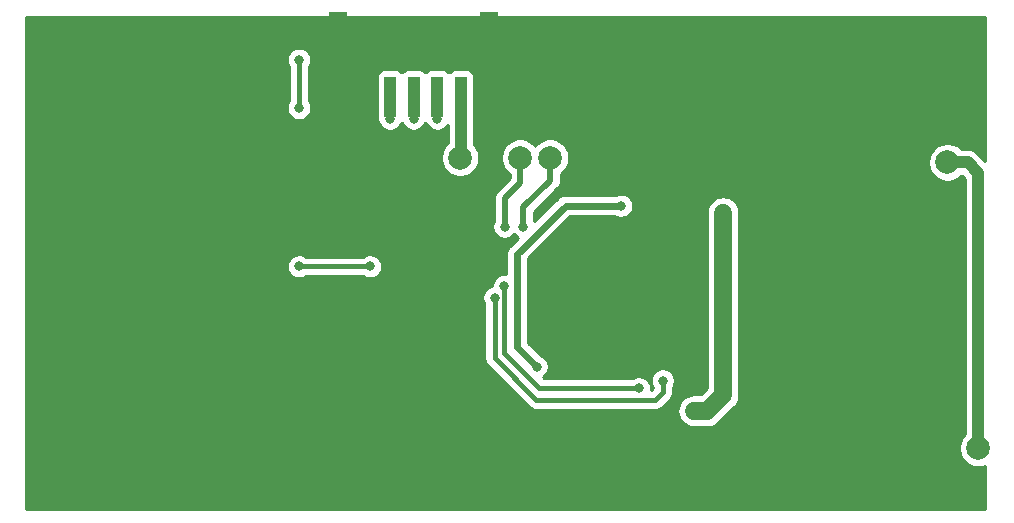
<source format=gbl>
%TF.GenerationSoftware,KiCad,Pcbnew,(5.1.4)-1*%
%TF.CreationDate,2019-11-23T11:30:53-08:00*%
%TF.ProjectId,20191120_Projects_CellMonitor,32303139-3131-4323-905f-50726f6a6563,rev?*%
%TF.SameCoordinates,PXb71b000PYd787c80*%
%TF.FileFunction,Copper,L2,Bot*%
%TF.FilePolarity,Positive*%
%FSLAX46Y46*%
G04 Gerber Fmt 4.6, Leading zero omitted, Abs format (unit mm)*
G04 Created by KiCad (PCBNEW (5.1.4)-1) date 2019-11-23 11:30:53*
%MOMM*%
%LPD*%
G04 APERTURE LIST*
%ADD10C,2.000000*%
%ADD11R,1.000000X3.500000*%
%ADD12R,1.600000X3.500000*%
%ADD13C,0.800000*%
%ADD14C,1.000000*%
%ADD15C,1.000000*%
%ADD16C,1.500000*%
%ADD17C,0.400000*%
%ADD18C,0.550000*%
%ADD19C,0.450000*%
%ADD20C,0.600000*%
%ADD21C,0.254000*%
G04 APERTURE END LIST*
D10*
X45060000Y30400000D03*
X42520000Y30400000D03*
X39980000Y30400000D03*
X37440000Y30400000D03*
D11*
X29500000Y35500000D03*
X31500000Y35500000D03*
X33500000Y35500000D03*
X35500000Y35500000D03*
D12*
X27100000Y41000000D03*
X39900000Y41000000D03*
D11*
X37500000Y35500000D03*
D13*
X55400000Y18550000D03*
D14*
X73025000Y3775000D03*
X78550000Y1375000D03*
X78525000Y22175000D03*
D13*
X33750000Y19500000D03*
X48700000Y5550000D03*
D14*
X57075000Y27525000D03*
X57225000Y10725000D03*
D13*
X48550000Y21775000D03*
D14*
X25500000Y11800000D03*
X64175000Y31050000D03*
X62475000Y31550000D03*
D13*
X65400000Y22650000D03*
X65400000Y19575000D03*
X65400000Y16550000D03*
X65400000Y13500000D03*
X65400000Y10450000D03*
X65400000Y7400000D03*
X65400000Y4350000D03*
X65400000Y1300000D03*
D14*
X67850000Y26800000D03*
X69150000Y26800000D03*
D13*
X37500000Y16000000D03*
X46200000Y18775000D03*
X46200000Y12650000D03*
X15375000Y32275000D03*
X15475000Y22250000D03*
X15475000Y12225000D03*
X15525000Y2200000D03*
X17025000Y34300000D03*
X17125000Y24300000D03*
X17125000Y14300000D03*
X17125000Y4300000D03*
X46700000Y24200000D03*
X47125000Y8550000D03*
X58600000Y5800000D03*
X20950000Y40550000D03*
D14*
X57225000Y8975000D03*
X59700000Y25750000D03*
D13*
X35500000Y33700000D03*
D10*
X78700000Y30000000D03*
X81300000Y5800000D03*
D13*
X33500000Y33700000D03*
X31500000Y33700000D03*
X41200000Y24550000D03*
X54600000Y11525000D03*
X40350000Y18550000D03*
X42800000Y24550000D03*
X52575000Y10875000D03*
X41175000Y19550000D03*
X43925000Y12700000D03*
X51050000Y26325000D03*
X29800000Y21200000D03*
X23800000Y21200000D03*
X23800000Y34600000D03*
X23800000Y38700000D03*
D15*
X37500000Y30460000D02*
X37440000Y30400000D01*
X37500000Y35500000D02*
X37500000Y30460000D01*
D16*
X59700000Y10300000D02*
X59700000Y25750000D01*
X57225000Y8975000D02*
X58375000Y8975000D01*
X58375000Y8975000D02*
X59700000Y10300000D01*
D17*
X35500000Y33700000D02*
X35500000Y35500000D01*
D15*
X80400000Y30000000D02*
X78700000Y30000000D01*
X81300000Y5800000D02*
X81300000Y29100000D01*
X81300000Y29100000D02*
X80400000Y30000000D01*
D17*
X33500000Y33700000D02*
X33500000Y35500000D01*
X31500000Y33700000D02*
X31500000Y35500000D01*
D18*
X41200000Y24550000D02*
X41200000Y26950000D01*
X42520000Y28270000D02*
X42520000Y30400000D01*
X41200000Y26950000D02*
X42520000Y28270000D01*
D19*
X40350000Y13425000D02*
X40350000Y18550000D01*
X43875000Y9900000D02*
X40350000Y13425000D01*
X53975000Y9900000D02*
X43875000Y9900000D01*
X54600000Y11525000D02*
X54600000Y10525000D01*
X54600000Y10525000D02*
X53975000Y9900000D01*
D18*
X42800000Y24550000D02*
X42800000Y26200000D01*
X45060000Y28460000D02*
X45060000Y30400000D01*
X42800000Y26200000D02*
X45060000Y28460000D01*
D19*
X41175000Y13850000D02*
X41175000Y19550000D01*
X52575000Y10875000D02*
X44150000Y10875000D01*
X44150000Y10875000D02*
X41175000Y13850000D01*
D20*
X51050000Y26350000D02*
X51050000Y26325000D01*
X46375000Y26350000D02*
X51050000Y26350000D01*
X42275000Y22250000D02*
X46375000Y26350000D01*
X43925000Y12700000D02*
X42275000Y14350000D01*
X42275000Y14350000D02*
X42275000Y22250000D01*
D17*
X29800000Y21200000D02*
X29234315Y21200000D01*
X29234315Y21200000D02*
X23800000Y21200000D01*
X23800000Y34600000D02*
X23800000Y38700000D01*
D21*
G36*
X81848000Y30145818D02*
G01*
X81236059Y30757759D01*
X81200765Y30800765D01*
X81029157Y30941600D01*
X80833371Y31046250D01*
X80620931Y31110693D01*
X80455365Y31127000D01*
X80455354Y31127000D01*
X80400000Y31132452D01*
X80344646Y31127000D01*
X79873925Y31127000D01*
X79737152Y31263773D01*
X79470673Y31441828D01*
X79174578Y31564475D01*
X78860245Y31627000D01*
X78539755Y31627000D01*
X78225422Y31564475D01*
X77929327Y31441828D01*
X77662848Y31263773D01*
X77436227Y31037152D01*
X77258172Y30770673D01*
X77135525Y30474578D01*
X77073000Y30160245D01*
X77073000Y29839755D01*
X77135525Y29525422D01*
X77258172Y29229327D01*
X77436227Y28962848D01*
X77662848Y28736227D01*
X77929327Y28558172D01*
X78225422Y28435525D01*
X78539755Y28373000D01*
X78860245Y28373000D01*
X79174578Y28435525D01*
X79470673Y28558172D01*
X79737152Y28736227D01*
X79873925Y28873000D01*
X79933182Y28873000D01*
X80173001Y28633180D01*
X80173000Y6973925D01*
X80036227Y6837152D01*
X79858172Y6570673D01*
X79735525Y6274578D01*
X79673000Y5960245D01*
X79673000Y5639755D01*
X79735525Y5325422D01*
X79858172Y5029327D01*
X80036227Y4762848D01*
X80262848Y4536227D01*
X80529327Y4358172D01*
X80825422Y4235525D01*
X81139755Y4173000D01*
X81460245Y4173000D01*
X81774578Y4235525D01*
X81848001Y4265938D01*
X81848001Y652000D01*
X652000Y652000D01*
X652000Y8975000D01*
X55841338Y8975000D01*
X55867925Y8705061D01*
X55946663Y8445495D01*
X56074527Y8206279D01*
X56246603Y7996603D01*
X56456279Y7824527D01*
X56695495Y7696663D01*
X56955061Y7617925D01*
X57157360Y7598000D01*
X58307360Y7598000D01*
X58375000Y7591338D01*
X58644939Y7617925D01*
X58904505Y7696663D01*
X59143721Y7824527D01*
X59353397Y7996603D01*
X59396521Y8049150D01*
X60625860Y9278488D01*
X60678396Y9321603D01*
X60850473Y9531279D01*
X60978337Y9770495D01*
X61017882Y9900857D01*
X61057075Y10030060D01*
X61083662Y10300000D01*
X61077000Y10367640D01*
X61077000Y25817640D01*
X61057075Y26019939D01*
X60978337Y26279505D01*
X60850473Y26518721D01*
X60678397Y26728397D01*
X60468721Y26900473D01*
X60229505Y27028337D01*
X59969939Y27107075D01*
X59700000Y27133662D01*
X59430062Y27107075D01*
X59170496Y27028337D01*
X58931280Y26900473D01*
X58721604Y26728397D01*
X58549528Y26518721D01*
X58421664Y26279505D01*
X58342926Y26019939D01*
X58323001Y25817640D01*
X58323000Y10870372D01*
X57804629Y10352000D01*
X57157360Y10352000D01*
X56955061Y10332075D01*
X56695495Y10253337D01*
X56456279Y10125473D01*
X56246603Y9953397D01*
X56074527Y9743721D01*
X55946663Y9504505D01*
X55867925Y9244939D01*
X55841338Y8975000D01*
X652000Y8975000D01*
X652000Y18651151D01*
X39323000Y18651151D01*
X39323000Y18448849D01*
X39362467Y18250435D01*
X39439885Y18063533D01*
X39498001Y17976556D01*
X39498000Y13466849D01*
X39493878Y13425000D01*
X39498000Y13383151D01*
X39498000Y13383149D01*
X39510328Y13257980D01*
X39559046Y13097377D01*
X39638161Y12949364D01*
X39674027Y12905661D01*
X39744630Y12819630D01*
X39777146Y12792945D01*
X43242950Y9327140D01*
X43269630Y9294630D01*
X43399364Y9188161D01*
X43547376Y9109046D01*
X43707979Y9060328D01*
X43833148Y9048000D01*
X43833151Y9048000D01*
X43875000Y9043878D01*
X43916849Y9048000D01*
X53933151Y9048000D01*
X53975000Y9043878D01*
X54016849Y9048000D01*
X54016852Y9048000D01*
X54142021Y9060328D01*
X54302624Y9109046D01*
X54450636Y9188161D01*
X54580370Y9294630D01*
X54607054Y9327145D01*
X55172859Y9892949D01*
X55205370Y9919630D01*
X55295998Y10030061D01*
X55311839Y10049363D01*
X55390953Y10197375D01*
X55390954Y10197376D01*
X55439672Y10357979D01*
X55452000Y10483148D01*
X55452000Y10483150D01*
X55456122Y10524999D01*
X55452000Y10566848D01*
X55452000Y10951558D01*
X55510115Y11038533D01*
X55587533Y11225435D01*
X55627000Y11423849D01*
X55627000Y11626151D01*
X55587533Y11824565D01*
X55510115Y12011467D01*
X55397723Y12179674D01*
X55254674Y12322723D01*
X55086467Y12435115D01*
X54899565Y12512533D01*
X54701151Y12552000D01*
X54498849Y12552000D01*
X54300435Y12512533D01*
X54113533Y12435115D01*
X53945326Y12322723D01*
X53802277Y12179674D01*
X53689885Y12011467D01*
X53612467Y11824565D01*
X53573000Y11626151D01*
X53573000Y11423849D01*
X53612467Y11225435D01*
X53689885Y11038533D01*
X53748001Y10951557D01*
X53748001Y10877910D01*
X53622091Y10752000D01*
X53597654Y10752000D01*
X53602000Y10773849D01*
X53602000Y10976151D01*
X53562533Y11174565D01*
X53485115Y11361467D01*
X53372723Y11529674D01*
X53229674Y11672723D01*
X53061467Y11785115D01*
X52874565Y11862533D01*
X52676151Y11902000D01*
X52473849Y11902000D01*
X52275435Y11862533D01*
X52088533Y11785115D01*
X52001558Y11727000D01*
X44502910Y11727000D01*
X44428586Y11801324D01*
X44579674Y11902277D01*
X44722723Y12045326D01*
X44835115Y12213533D01*
X44912533Y12400435D01*
X44952000Y12598849D01*
X44952000Y12801151D01*
X44912533Y12999565D01*
X44835115Y13186467D01*
X44722723Y13354674D01*
X44579674Y13497723D01*
X44411467Y13610115D01*
X44265327Y13670649D01*
X43202000Y14733975D01*
X43202000Y21866025D01*
X46758976Y25423000D01*
X50551388Y25423000D01*
X50563533Y25414885D01*
X50750435Y25337467D01*
X50948849Y25298000D01*
X51151151Y25298000D01*
X51349565Y25337467D01*
X51536467Y25414885D01*
X51704674Y25527277D01*
X51847723Y25670326D01*
X51960115Y25838533D01*
X52037533Y26025435D01*
X52077000Y26223849D01*
X52077000Y26426151D01*
X52037533Y26624565D01*
X51960115Y26811467D01*
X51847723Y26979674D01*
X51704674Y27122723D01*
X51536467Y27235115D01*
X51349565Y27312533D01*
X51151151Y27352000D01*
X50948849Y27352000D01*
X50750435Y27312533D01*
X50664651Y27277000D01*
X46420527Y27277000D01*
X46375000Y27281484D01*
X46329473Y27277000D01*
X46329462Y27277000D01*
X46193276Y27263587D01*
X46018536Y27210580D01*
X45857494Y27124502D01*
X45751712Y27037688D01*
X45751708Y27037684D01*
X45716341Y27008659D01*
X45687316Y26973292D01*
X43721941Y25007917D01*
X43710115Y25036467D01*
X43702000Y25048612D01*
X43702000Y25826380D01*
X45666484Y27790863D01*
X45700896Y27819104D01*
X45813614Y27956451D01*
X45897371Y28113150D01*
X45948948Y28283177D01*
X45962000Y28415693D01*
X45962000Y28415694D01*
X45966364Y28460000D01*
X45962000Y28504307D01*
X45962000Y29045922D01*
X46097152Y29136227D01*
X46323773Y29362848D01*
X46501828Y29629327D01*
X46624475Y29925422D01*
X46687000Y30239755D01*
X46687000Y30560245D01*
X46624475Y30874578D01*
X46501828Y31170673D01*
X46323773Y31437152D01*
X46097152Y31663773D01*
X45830673Y31841828D01*
X45534578Y31964475D01*
X45220245Y32027000D01*
X44899755Y32027000D01*
X44585422Y31964475D01*
X44289327Y31841828D01*
X44022848Y31663773D01*
X43796227Y31437152D01*
X43790000Y31427833D01*
X43783773Y31437152D01*
X43557152Y31663773D01*
X43290673Y31841828D01*
X42994578Y31964475D01*
X42680245Y32027000D01*
X42359755Y32027000D01*
X42045422Y31964475D01*
X41749327Y31841828D01*
X41482848Y31663773D01*
X41256227Y31437152D01*
X41078172Y31170673D01*
X40955525Y30874578D01*
X40893000Y30560245D01*
X40893000Y30239755D01*
X40955525Y29925422D01*
X41078172Y29629327D01*
X41256227Y29362848D01*
X41482848Y29136227D01*
X41618000Y29045921D01*
X41618000Y28643621D01*
X40593518Y27619138D01*
X40559105Y27590896D01*
X40446387Y27453549D01*
X40407637Y27381052D01*
X40362630Y27296850D01*
X40311052Y27126822D01*
X40293637Y26950000D01*
X40298001Y26905691D01*
X40298000Y25048612D01*
X40289885Y25036467D01*
X40212467Y24849565D01*
X40173000Y24651151D01*
X40173000Y24448849D01*
X40212467Y24250435D01*
X40289885Y24063533D01*
X40402277Y23895326D01*
X40545326Y23752277D01*
X40713533Y23639885D01*
X40900435Y23562467D01*
X41098849Y23523000D01*
X41301151Y23523000D01*
X41499565Y23562467D01*
X41686467Y23639885D01*
X41854674Y23752277D01*
X41997723Y23895326D01*
X42000000Y23898734D01*
X42002277Y23895326D01*
X42145326Y23752277D01*
X42313533Y23639885D01*
X42342084Y23628059D01*
X41651708Y22937684D01*
X41616342Y22908659D01*
X41587317Y22873292D01*
X41587312Y22873287D01*
X41500499Y22767505D01*
X41414420Y22606463D01*
X41361414Y22431723D01*
X41343516Y22250000D01*
X41348001Y22204463D01*
X41348001Y20562708D01*
X41276151Y20577000D01*
X41073849Y20577000D01*
X40875435Y20537533D01*
X40688533Y20460115D01*
X40520326Y20347723D01*
X40377277Y20204674D01*
X40264885Y20036467D01*
X40187467Y19849565D01*
X40148000Y19651151D01*
X40148000Y19556940D01*
X40050435Y19537533D01*
X39863533Y19460115D01*
X39695326Y19347723D01*
X39552277Y19204674D01*
X39439885Y19036467D01*
X39362467Y18849565D01*
X39323000Y18651151D01*
X652000Y18651151D01*
X652000Y21301151D01*
X22773000Y21301151D01*
X22773000Y21098849D01*
X22812467Y20900435D01*
X22889885Y20713533D01*
X23002277Y20545326D01*
X23145326Y20402277D01*
X23313533Y20289885D01*
X23500435Y20212467D01*
X23698849Y20173000D01*
X23901151Y20173000D01*
X24099565Y20212467D01*
X24286467Y20289885D01*
X24410858Y20373000D01*
X29189142Y20373000D01*
X29313533Y20289885D01*
X29500435Y20212467D01*
X29698849Y20173000D01*
X29901151Y20173000D01*
X30099565Y20212467D01*
X30286467Y20289885D01*
X30454674Y20402277D01*
X30597723Y20545326D01*
X30710115Y20713533D01*
X30787533Y20900435D01*
X30827000Y21098849D01*
X30827000Y21301151D01*
X30787533Y21499565D01*
X30710115Y21686467D01*
X30597723Y21854674D01*
X30454674Y21997723D01*
X30286467Y22110115D01*
X30099565Y22187533D01*
X29901151Y22227000D01*
X29698849Y22227000D01*
X29500435Y22187533D01*
X29313533Y22110115D01*
X29189142Y22027000D01*
X24410858Y22027000D01*
X24286467Y22110115D01*
X24099565Y22187533D01*
X23901151Y22227000D01*
X23698849Y22227000D01*
X23500435Y22187533D01*
X23313533Y22110115D01*
X23145326Y21997723D01*
X23002277Y21854674D01*
X22889885Y21686467D01*
X22812467Y21499565D01*
X22773000Y21301151D01*
X652000Y21301151D01*
X652000Y38801151D01*
X22773000Y38801151D01*
X22773000Y38598849D01*
X22812467Y38400435D01*
X22889885Y38213533D01*
X22973001Y38089141D01*
X22973000Y35210858D01*
X22889885Y35086467D01*
X22812467Y34899565D01*
X22773000Y34701151D01*
X22773000Y34498849D01*
X22812467Y34300435D01*
X22889885Y34113533D01*
X23002277Y33945326D01*
X23145326Y33802277D01*
X23313533Y33689885D01*
X23500435Y33612467D01*
X23698849Y33573000D01*
X23901151Y33573000D01*
X24099565Y33612467D01*
X24286467Y33689885D01*
X24454674Y33802277D01*
X24597723Y33945326D01*
X24710115Y34113533D01*
X24787533Y34300435D01*
X24827000Y34498849D01*
X24827000Y34701151D01*
X24787533Y34899565D01*
X24710115Y35086467D01*
X24627000Y35210858D01*
X24627000Y37250000D01*
X30369967Y37250000D01*
X30369967Y33750000D01*
X30382073Y33627087D01*
X30417925Y33508897D01*
X30476147Y33399972D01*
X30549868Y33310142D01*
X30589885Y33213533D01*
X30702277Y33045326D01*
X30845326Y32902277D01*
X31013533Y32789885D01*
X31200435Y32712467D01*
X31398849Y32673000D01*
X31601151Y32673000D01*
X31799565Y32712467D01*
X31986467Y32789885D01*
X32154674Y32902277D01*
X32297723Y33045326D01*
X32410115Y33213533D01*
X32450132Y33310142D01*
X32500000Y33370907D01*
X32549868Y33310142D01*
X32589885Y33213533D01*
X32702277Y33045326D01*
X32845326Y32902277D01*
X33013533Y32789885D01*
X33200435Y32712467D01*
X33398849Y32673000D01*
X33601151Y32673000D01*
X33799565Y32712467D01*
X33986467Y32789885D01*
X34154674Y32902277D01*
X34297723Y33045326D01*
X34410115Y33213533D01*
X34450132Y33310142D01*
X34500000Y33370907D01*
X34549868Y33310142D01*
X34589885Y33213533D01*
X34702277Y33045326D01*
X34845326Y32902277D01*
X35013533Y32789885D01*
X35200435Y32712467D01*
X35398849Y32673000D01*
X35601151Y32673000D01*
X35799565Y32712467D01*
X35986467Y32789885D01*
X36154674Y32902277D01*
X36297723Y33045326D01*
X36373000Y33157987D01*
X36373001Y31633926D01*
X36176227Y31437152D01*
X35998172Y31170673D01*
X35875525Y30874578D01*
X35813000Y30560245D01*
X35813000Y30239755D01*
X35875525Y29925422D01*
X35998172Y29629327D01*
X36176227Y29362848D01*
X36402848Y29136227D01*
X36669327Y28958172D01*
X36965422Y28835525D01*
X37279755Y28773000D01*
X37600245Y28773000D01*
X37914578Y28835525D01*
X38210673Y28958172D01*
X38477152Y29136227D01*
X38703773Y29362848D01*
X38881828Y29629327D01*
X39004475Y29925422D01*
X39067000Y30239755D01*
X39067000Y30560245D01*
X39004475Y30874578D01*
X38881828Y31170673D01*
X38703773Y31437152D01*
X38627000Y31513925D01*
X38627000Y33719206D01*
X38630033Y33750000D01*
X38630033Y37250000D01*
X38617927Y37372913D01*
X38582075Y37491103D01*
X38523853Y37600028D01*
X38445501Y37695501D01*
X38350028Y37773853D01*
X38241103Y37832075D01*
X38122913Y37867927D01*
X38000000Y37880033D01*
X37000000Y37880033D01*
X36877087Y37867927D01*
X36758897Y37832075D01*
X36649972Y37773853D01*
X36554499Y37695501D01*
X36500000Y37629093D01*
X36445501Y37695501D01*
X36350028Y37773853D01*
X36241103Y37832075D01*
X36122913Y37867927D01*
X36000000Y37880033D01*
X35000000Y37880033D01*
X34877087Y37867927D01*
X34758897Y37832075D01*
X34649972Y37773853D01*
X34554499Y37695501D01*
X34500000Y37629093D01*
X34445501Y37695501D01*
X34350028Y37773853D01*
X34241103Y37832075D01*
X34122913Y37867927D01*
X34000000Y37880033D01*
X33000000Y37880033D01*
X32877087Y37867927D01*
X32758897Y37832075D01*
X32649972Y37773853D01*
X32554499Y37695501D01*
X32500000Y37629093D01*
X32445501Y37695501D01*
X32350028Y37773853D01*
X32241103Y37832075D01*
X32122913Y37867927D01*
X32000000Y37880033D01*
X31000000Y37880033D01*
X30877087Y37867927D01*
X30758897Y37832075D01*
X30649972Y37773853D01*
X30554499Y37695501D01*
X30476147Y37600028D01*
X30417925Y37491103D01*
X30382073Y37372913D01*
X30369967Y37250000D01*
X24627000Y37250000D01*
X24627000Y38089142D01*
X24710115Y38213533D01*
X24787533Y38400435D01*
X24827000Y38598849D01*
X24827000Y38801151D01*
X24787533Y38999565D01*
X24710115Y39186467D01*
X24597723Y39354674D01*
X24454674Y39497723D01*
X24286467Y39610115D01*
X24099565Y39687533D01*
X23901151Y39727000D01*
X23698849Y39727000D01*
X23500435Y39687533D01*
X23313533Y39610115D01*
X23145326Y39497723D01*
X23002277Y39354674D01*
X22889885Y39186467D01*
X22812467Y38999565D01*
X22773000Y38801151D01*
X652000Y38801151D01*
X652000Y42348000D01*
X81848000Y42348000D01*
X81848000Y30145818D01*
X81848000Y30145818D01*
G37*
X81848000Y30145818D02*
X81236059Y30757759D01*
X81200765Y30800765D01*
X81029157Y30941600D01*
X80833371Y31046250D01*
X80620931Y31110693D01*
X80455365Y31127000D01*
X80455354Y31127000D01*
X80400000Y31132452D01*
X80344646Y31127000D01*
X79873925Y31127000D01*
X79737152Y31263773D01*
X79470673Y31441828D01*
X79174578Y31564475D01*
X78860245Y31627000D01*
X78539755Y31627000D01*
X78225422Y31564475D01*
X77929327Y31441828D01*
X77662848Y31263773D01*
X77436227Y31037152D01*
X77258172Y30770673D01*
X77135525Y30474578D01*
X77073000Y30160245D01*
X77073000Y29839755D01*
X77135525Y29525422D01*
X77258172Y29229327D01*
X77436227Y28962848D01*
X77662848Y28736227D01*
X77929327Y28558172D01*
X78225422Y28435525D01*
X78539755Y28373000D01*
X78860245Y28373000D01*
X79174578Y28435525D01*
X79470673Y28558172D01*
X79737152Y28736227D01*
X79873925Y28873000D01*
X79933182Y28873000D01*
X80173001Y28633180D01*
X80173000Y6973925D01*
X80036227Y6837152D01*
X79858172Y6570673D01*
X79735525Y6274578D01*
X79673000Y5960245D01*
X79673000Y5639755D01*
X79735525Y5325422D01*
X79858172Y5029327D01*
X80036227Y4762848D01*
X80262848Y4536227D01*
X80529327Y4358172D01*
X80825422Y4235525D01*
X81139755Y4173000D01*
X81460245Y4173000D01*
X81774578Y4235525D01*
X81848001Y4265938D01*
X81848001Y652000D01*
X652000Y652000D01*
X652000Y8975000D01*
X55841338Y8975000D01*
X55867925Y8705061D01*
X55946663Y8445495D01*
X56074527Y8206279D01*
X56246603Y7996603D01*
X56456279Y7824527D01*
X56695495Y7696663D01*
X56955061Y7617925D01*
X57157360Y7598000D01*
X58307360Y7598000D01*
X58375000Y7591338D01*
X58644939Y7617925D01*
X58904505Y7696663D01*
X59143721Y7824527D01*
X59353397Y7996603D01*
X59396521Y8049150D01*
X60625860Y9278488D01*
X60678396Y9321603D01*
X60850473Y9531279D01*
X60978337Y9770495D01*
X61017882Y9900857D01*
X61057075Y10030060D01*
X61083662Y10300000D01*
X61077000Y10367640D01*
X61077000Y25817640D01*
X61057075Y26019939D01*
X60978337Y26279505D01*
X60850473Y26518721D01*
X60678397Y26728397D01*
X60468721Y26900473D01*
X60229505Y27028337D01*
X59969939Y27107075D01*
X59700000Y27133662D01*
X59430062Y27107075D01*
X59170496Y27028337D01*
X58931280Y26900473D01*
X58721604Y26728397D01*
X58549528Y26518721D01*
X58421664Y26279505D01*
X58342926Y26019939D01*
X58323001Y25817640D01*
X58323000Y10870372D01*
X57804629Y10352000D01*
X57157360Y10352000D01*
X56955061Y10332075D01*
X56695495Y10253337D01*
X56456279Y10125473D01*
X56246603Y9953397D01*
X56074527Y9743721D01*
X55946663Y9504505D01*
X55867925Y9244939D01*
X55841338Y8975000D01*
X652000Y8975000D01*
X652000Y18651151D01*
X39323000Y18651151D01*
X39323000Y18448849D01*
X39362467Y18250435D01*
X39439885Y18063533D01*
X39498001Y17976556D01*
X39498000Y13466849D01*
X39493878Y13425000D01*
X39498000Y13383151D01*
X39498000Y13383149D01*
X39510328Y13257980D01*
X39559046Y13097377D01*
X39638161Y12949364D01*
X39674027Y12905661D01*
X39744630Y12819630D01*
X39777146Y12792945D01*
X43242950Y9327140D01*
X43269630Y9294630D01*
X43399364Y9188161D01*
X43547376Y9109046D01*
X43707979Y9060328D01*
X43833148Y9048000D01*
X43833151Y9048000D01*
X43875000Y9043878D01*
X43916849Y9048000D01*
X53933151Y9048000D01*
X53975000Y9043878D01*
X54016849Y9048000D01*
X54016852Y9048000D01*
X54142021Y9060328D01*
X54302624Y9109046D01*
X54450636Y9188161D01*
X54580370Y9294630D01*
X54607054Y9327145D01*
X55172859Y9892949D01*
X55205370Y9919630D01*
X55295998Y10030061D01*
X55311839Y10049363D01*
X55390953Y10197375D01*
X55390954Y10197376D01*
X55439672Y10357979D01*
X55452000Y10483148D01*
X55452000Y10483150D01*
X55456122Y10524999D01*
X55452000Y10566848D01*
X55452000Y10951558D01*
X55510115Y11038533D01*
X55587533Y11225435D01*
X55627000Y11423849D01*
X55627000Y11626151D01*
X55587533Y11824565D01*
X55510115Y12011467D01*
X55397723Y12179674D01*
X55254674Y12322723D01*
X55086467Y12435115D01*
X54899565Y12512533D01*
X54701151Y12552000D01*
X54498849Y12552000D01*
X54300435Y12512533D01*
X54113533Y12435115D01*
X53945326Y12322723D01*
X53802277Y12179674D01*
X53689885Y12011467D01*
X53612467Y11824565D01*
X53573000Y11626151D01*
X53573000Y11423849D01*
X53612467Y11225435D01*
X53689885Y11038533D01*
X53748001Y10951557D01*
X53748001Y10877910D01*
X53622091Y10752000D01*
X53597654Y10752000D01*
X53602000Y10773849D01*
X53602000Y10976151D01*
X53562533Y11174565D01*
X53485115Y11361467D01*
X53372723Y11529674D01*
X53229674Y11672723D01*
X53061467Y11785115D01*
X52874565Y11862533D01*
X52676151Y11902000D01*
X52473849Y11902000D01*
X52275435Y11862533D01*
X52088533Y11785115D01*
X52001558Y11727000D01*
X44502910Y11727000D01*
X44428586Y11801324D01*
X44579674Y11902277D01*
X44722723Y12045326D01*
X44835115Y12213533D01*
X44912533Y12400435D01*
X44952000Y12598849D01*
X44952000Y12801151D01*
X44912533Y12999565D01*
X44835115Y13186467D01*
X44722723Y13354674D01*
X44579674Y13497723D01*
X44411467Y13610115D01*
X44265327Y13670649D01*
X43202000Y14733975D01*
X43202000Y21866025D01*
X46758976Y25423000D01*
X50551388Y25423000D01*
X50563533Y25414885D01*
X50750435Y25337467D01*
X50948849Y25298000D01*
X51151151Y25298000D01*
X51349565Y25337467D01*
X51536467Y25414885D01*
X51704674Y25527277D01*
X51847723Y25670326D01*
X51960115Y25838533D01*
X52037533Y26025435D01*
X52077000Y26223849D01*
X52077000Y26426151D01*
X52037533Y26624565D01*
X51960115Y26811467D01*
X51847723Y26979674D01*
X51704674Y27122723D01*
X51536467Y27235115D01*
X51349565Y27312533D01*
X51151151Y27352000D01*
X50948849Y27352000D01*
X50750435Y27312533D01*
X50664651Y27277000D01*
X46420527Y27277000D01*
X46375000Y27281484D01*
X46329473Y27277000D01*
X46329462Y27277000D01*
X46193276Y27263587D01*
X46018536Y27210580D01*
X45857494Y27124502D01*
X45751712Y27037688D01*
X45751708Y27037684D01*
X45716341Y27008659D01*
X45687316Y26973292D01*
X43721941Y25007917D01*
X43710115Y25036467D01*
X43702000Y25048612D01*
X43702000Y25826380D01*
X45666484Y27790863D01*
X45700896Y27819104D01*
X45813614Y27956451D01*
X45897371Y28113150D01*
X45948948Y28283177D01*
X45962000Y28415693D01*
X45962000Y28415694D01*
X45966364Y28460000D01*
X45962000Y28504307D01*
X45962000Y29045922D01*
X46097152Y29136227D01*
X46323773Y29362848D01*
X46501828Y29629327D01*
X46624475Y29925422D01*
X46687000Y30239755D01*
X46687000Y30560245D01*
X46624475Y30874578D01*
X46501828Y31170673D01*
X46323773Y31437152D01*
X46097152Y31663773D01*
X45830673Y31841828D01*
X45534578Y31964475D01*
X45220245Y32027000D01*
X44899755Y32027000D01*
X44585422Y31964475D01*
X44289327Y31841828D01*
X44022848Y31663773D01*
X43796227Y31437152D01*
X43790000Y31427833D01*
X43783773Y31437152D01*
X43557152Y31663773D01*
X43290673Y31841828D01*
X42994578Y31964475D01*
X42680245Y32027000D01*
X42359755Y32027000D01*
X42045422Y31964475D01*
X41749327Y31841828D01*
X41482848Y31663773D01*
X41256227Y31437152D01*
X41078172Y31170673D01*
X40955525Y30874578D01*
X40893000Y30560245D01*
X40893000Y30239755D01*
X40955525Y29925422D01*
X41078172Y29629327D01*
X41256227Y29362848D01*
X41482848Y29136227D01*
X41618000Y29045921D01*
X41618000Y28643621D01*
X40593518Y27619138D01*
X40559105Y27590896D01*
X40446387Y27453549D01*
X40407637Y27381052D01*
X40362630Y27296850D01*
X40311052Y27126822D01*
X40293637Y26950000D01*
X40298001Y26905691D01*
X40298000Y25048612D01*
X40289885Y25036467D01*
X40212467Y24849565D01*
X40173000Y24651151D01*
X40173000Y24448849D01*
X40212467Y24250435D01*
X40289885Y24063533D01*
X40402277Y23895326D01*
X40545326Y23752277D01*
X40713533Y23639885D01*
X40900435Y23562467D01*
X41098849Y23523000D01*
X41301151Y23523000D01*
X41499565Y23562467D01*
X41686467Y23639885D01*
X41854674Y23752277D01*
X41997723Y23895326D01*
X42000000Y23898734D01*
X42002277Y23895326D01*
X42145326Y23752277D01*
X42313533Y23639885D01*
X42342084Y23628059D01*
X41651708Y22937684D01*
X41616342Y22908659D01*
X41587317Y22873292D01*
X41587312Y22873287D01*
X41500499Y22767505D01*
X41414420Y22606463D01*
X41361414Y22431723D01*
X41343516Y22250000D01*
X41348001Y22204463D01*
X41348001Y20562708D01*
X41276151Y20577000D01*
X41073849Y20577000D01*
X40875435Y20537533D01*
X40688533Y20460115D01*
X40520326Y20347723D01*
X40377277Y20204674D01*
X40264885Y20036467D01*
X40187467Y19849565D01*
X40148000Y19651151D01*
X40148000Y19556940D01*
X40050435Y19537533D01*
X39863533Y19460115D01*
X39695326Y19347723D01*
X39552277Y19204674D01*
X39439885Y19036467D01*
X39362467Y18849565D01*
X39323000Y18651151D01*
X652000Y18651151D01*
X652000Y21301151D01*
X22773000Y21301151D01*
X22773000Y21098849D01*
X22812467Y20900435D01*
X22889885Y20713533D01*
X23002277Y20545326D01*
X23145326Y20402277D01*
X23313533Y20289885D01*
X23500435Y20212467D01*
X23698849Y20173000D01*
X23901151Y20173000D01*
X24099565Y20212467D01*
X24286467Y20289885D01*
X24410858Y20373000D01*
X29189142Y20373000D01*
X29313533Y20289885D01*
X29500435Y20212467D01*
X29698849Y20173000D01*
X29901151Y20173000D01*
X30099565Y20212467D01*
X30286467Y20289885D01*
X30454674Y20402277D01*
X30597723Y20545326D01*
X30710115Y20713533D01*
X30787533Y20900435D01*
X30827000Y21098849D01*
X30827000Y21301151D01*
X30787533Y21499565D01*
X30710115Y21686467D01*
X30597723Y21854674D01*
X30454674Y21997723D01*
X30286467Y22110115D01*
X30099565Y22187533D01*
X29901151Y22227000D01*
X29698849Y22227000D01*
X29500435Y22187533D01*
X29313533Y22110115D01*
X29189142Y22027000D01*
X24410858Y22027000D01*
X24286467Y22110115D01*
X24099565Y22187533D01*
X23901151Y22227000D01*
X23698849Y22227000D01*
X23500435Y22187533D01*
X23313533Y22110115D01*
X23145326Y21997723D01*
X23002277Y21854674D01*
X22889885Y21686467D01*
X22812467Y21499565D01*
X22773000Y21301151D01*
X652000Y21301151D01*
X652000Y38801151D01*
X22773000Y38801151D01*
X22773000Y38598849D01*
X22812467Y38400435D01*
X22889885Y38213533D01*
X22973001Y38089141D01*
X22973000Y35210858D01*
X22889885Y35086467D01*
X22812467Y34899565D01*
X22773000Y34701151D01*
X22773000Y34498849D01*
X22812467Y34300435D01*
X22889885Y34113533D01*
X23002277Y33945326D01*
X23145326Y33802277D01*
X23313533Y33689885D01*
X23500435Y33612467D01*
X23698849Y33573000D01*
X23901151Y33573000D01*
X24099565Y33612467D01*
X24286467Y33689885D01*
X24454674Y33802277D01*
X24597723Y33945326D01*
X24710115Y34113533D01*
X24787533Y34300435D01*
X24827000Y34498849D01*
X24827000Y34701151D01*
X24787533Y34899565D01*
X24710115Y35086467D01*
X24627000Y35210858D01*
X24627000Y37250000D01*
X30369967Y37250000D01*
X30369967Y33750000D01*
X30382073Y33627087D01*
X30417925Y33508897D01*
X30476147Y33399972D01*
X30549868Y33310142D01*
X30589885Y33213533D01*
X30702277Y33045326D01*
X30845326Y32902277D01*
X31013533Y32789885D01*
X31200435Y32712467D01*
X31398849Y32673000D01*
X31601151Y32673000D01*
X31799565Y32712467D01*
X31986467Y32789885D01*
X32154674Y32902277D01*
X32297723Y33045326D01*
X32410115Y33213533D01*
X32450132Y33310142D01*
X32500000Y33370907D01*
X32549868Y33310142D01*
X32589885Y33213533D01*
X32702277Y33045326D01*
X32845326Y32902277D01*
X33013533Y32789885D01*
X33200435Y32712467D01*
X33398849Y32673000D01*
X33601151Y32673000D01*
X33799565Y32712467D01*
X33986467Y32789885D01*
X34154674Y32902277D01*
X34297723Y33045326D01*
X34410115Y33213533D01*
X34450132Y33310142D01*
X34500000Y33370907D01*
X34549868Y33310142D01*
X34589885Y33213533D01*
X34702277Y33045326D01*
X34845326Y32902277D01*
X35013533Y32789885D01*
X35200435Y32712467D01*
X35398849Y32673000D01*
X35601151Y32673000D01*
X35799565Y32712467D01*
X35986467Y32789885D01*
X36154674Y32902277D01*
X36297723Y33045326D01*
X36373000Y33157987D01*
X36373001Y31633926D01*
X36176227Y31437152D01*
X35998172Y31170673D01*
X35875525Y30874578D01*
X35813000Y30560245D01*
X35813000Y30239755D01*
X35875525Y29925422D01*
X35998172Y29629327D01*
X36176227Y29362848D01*
X36402848Y29136227D01*
X36669327Y28958172D01*
X36965422Y28835525D01*
X37279755Y28773000D01*
X37600245Y28773000D01*
X37914578Y28835525D01*
X38210673Y28958172D01*
X38477152Y29136227D01*
X38703773Y29362848D01*
X38881828Y29629327D01*
X39004475Y29925422D01*
X39067000Y30239755D01*
X39067000Y30560245D01*
X39004475Y30874578D01*
X38881828Y31170673D01*
X38703773Y31437152D01*
X38627000Y31513925D01*
X38627000Y33719206D01*
X38630033Y33750000D01*
X38630033Y37250000D01*
X38617927Y37372913D01*
X38582075Y37491103D01*
X38523853Y37600028D01*
X38445501Y37695501D01*
X38350028Y37773853D01*
X38241103Y37832075D01*
X38122913Y37867927D01*
X38000000Y37880033D01*
X37000000Y37880033D01*
X36877087Y37867927D01*
X36758897Y37832075D01*
X36649972Y37773853D01*
X36554499Y37695501D01*
X36500000Y37629093D01*
X36445501Y37695501D01*
X36350028Y37773853D01*
X36241103Y37832075D01*
X36122913Y37867927D01*
X36000000Y37880033D01*
X35000000Y37880033D01*
X34877087Y37867927D01*
X34758897Y37832075D01*
X34649972Y37773853D01*
X34554499Y37695501D01*
X34500000Y37629093D01*
X34445501Y37695501D01*
X34350028Y37773853D01*
X34241103Y37832075D01*
X34122913Y37867927D01*
X34000000Y37880033D01*
X33000000Y37880033D01*
X32877087Y37867927D01*
X32758897Y37832075D01*
X32649972Y37773853D01*
X32554499Y37695501D01*
X32500000Y37629093D01*
X32445501Y37695501D01*
X32350028Y37773853D01*
X32241103Y37832075D01*
X32122913Y37867927D01*
X32000000Y37880033D01*
X31000000Y37880033D01*
X30877087Y37867927D01*
X30758897Y37832075D01*
X30649972Y37773853D01*
X30554499Y37695501D01*
X30476147Y37600028D01*
X30417925Y37491103D01*
X30382073Y37372913D01*
X30369967Y37250000D01*
X24627000Y37250000D01*
X24627000Y38089142D01*
X24710115Y38213533D01*
X24787533Y38400435D01*
X24827000Y38598849D01*
X24827000Y38801151D01*
X24787533Y38999565D01*
X24710115Y39186467D01*
X24597723Y39354674D01*
X24454674Y39497723D01*
X24286467Y39610115D01*
X24099565Y39687533D01*
X23901151Y39727000D01*
X23698849Y39727000D01*
X23500435Y39687533D01*
X23313533Y39610115D01*
X23145326Y39497723D01*
X23002277Y39354674D01*
X22889885Y39186467D01*
X22812467Y38999565D01*
X22773000Y38801151D01*
X652000Y38801151D01*
X652000Y42348000D01*
X81848000Y42348000D01*
X81848000Y30145818D01*
M02*

</source>
